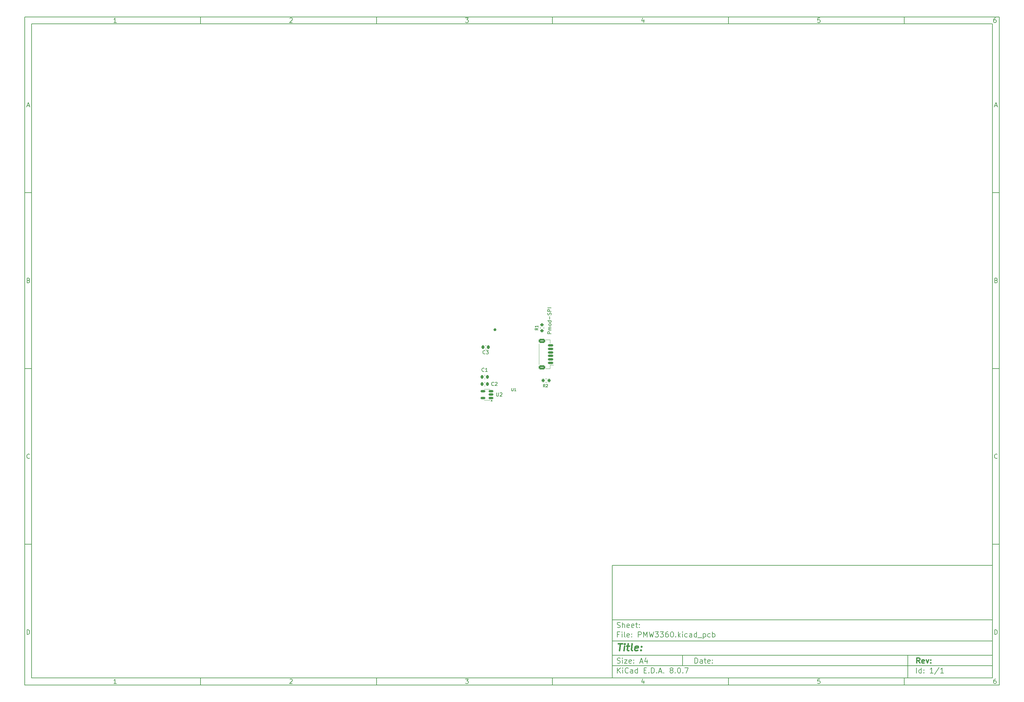
<source format=gbr>
%TF.GenerationSoftware,KiCad,Pcbnew,8.0.7*%
%TF.CreationDate,2024-12-24T22:19:04-08:00*%
%TF.ProjectId,PMW3360,504d5733-3336-4302-9e6b-696361645f70,rev?*%
%TF.SameCoordinates,Original*%
%TF.FileFunction,Legend,Top*%
%TF.FilePolarity,Positive*%
%FSLAX46Y46*%
G04 Gerber Fmt 4.6, Leading zero omitted, Abs format (unit mm)*
G04 Created by KiCad (PCBNEW 8.0.7) date 2024-12-24 22:19:04*
%MOMM*%
%LPD*%
G01*
G04 APERTURE LIST*
G04 Aperture macros list*
%AMRoundRect*
0 Rectangle with rounded corners*
0 $1 Rounding radius*
0 $2 $3 $4 $5 $6 $7 $8 $9 X,Y pos of 4 corners*
0 Add a 4 corners polygon primitive as box body*
4,1,4,$2,$3,$4,$5,$6,$7,$8,$9,$2,$3,0*
0 Add four circle primitives for the rounded corners*
1,1,$1+$1,$2,$3*
1,1,$1+$1,$4,$5*
1,1,$1+$1,$6,$7*
1,1,$1+$1,$8,$9*
0 Add four rect primitives between the rounded corners*
20,1,$1+$1,$2,$3,$4,$5,0*
20,1,$1+$1,$4,$5,$6,$7,0*
20,1,$1+$1,$6,$7,$8,$9,0*
20,1,$1+$1,$8,$9,$2,$3,0*%
G04 Aperture macros list end*
%ADD10C,0.100000*%
%ADD11C,0.150000*%
%ADD12C,0.300000*%
%ADD13C,0.400000*%
%ADD14C,0.120000*%
%ADD15RoundRect,0.150000X0.625000X-0.150000X0.625000X0.150000X-0.625000X0.150000X-0.625000X-0.150000X0*%
%ADD16RoundRect,0.250000X0.650000X-0.350000X0.650000X0.350000X-0.650000X0.350000X-0.650000X-0.350000X0*%
%ADD17RoundRect,0.200000X0.200000X0.275000X-0.200000X0.275000X-0.200000X-0.275000X0.200000X-0.275000X0*%
%ADD18C,2.200000*%
%ADD19R,1.200000X1.200000*%
%ADD20C,1.200000*%
%ADD21RoundRect,0.200000X-0.275000X0.200000X-0.275000X-0.200000X0.275000X-0.200000X0.275000X0.200000X0*%
%ADD22RoundRect,0.225000X-0.225000X-0.250000X0.225000X-0.250000X0.225000X0.250000X-0.225000X0.250000X0*%
%ADD23RoundRect,0.150000X0.512500X0.150000X-0.512500X0.150000X-0.512500X-0.150000X0.512500X-0.150000X0*%
%ADD24RoundRect,0.225000X0.225000X0.250000X-0.225000X0.250000X-0.225000X-0.250000X0.225000X-0.250000X0*%
G04 APERTURE END LIST*
D10*
D11*
X177002200Y-166007200D02*
X285002200Y-166007200D01*
X285002200Y-198007200D01*
X177002200Y-198007200D01*
X177002200Y-166007200D01*
D10*
D11*
X10000000Y-10000000D02*
X287002200Y-10000000D01*
X287002200Y-200007200D01*
X10000000Y-200007200D01*
X10000000Y-10000000D01*
D10*
D11*
X12000000Y-12000000D02*
X285002200Y-12000000D01*
X285002200Y-198007200D01*
X12000000Y-198007200D01*
X12000000Y-12000000D01*
D10*
D11*
X60000000Y-12000000D02*
X60000000Y-10000000D01*
D10*
D11*
X110000000Y-12000000D02*
X110000000Y-10000000D01*
D10*
D11*
X160000000Y-12000000D02*
X160000000Y-10000000D01*
D10*
D11*
X210000000Y-12000000D02*
X210000000Y-10000000D01*
D10*
D11*
X260000000Y-12000000D02*
X260000000Y-10000000D01*
D10*
D11*
X36089160Y-11593604D02*
X35346303Y-11593604D01*
X35717731Y-11593604D02*
X35717731Y-10293604D01*
X35717731Y-10293604D02*
X35593922Y-10479319D01*
X35593922Y-10479319D02*
X35470112Y-10603128D01*
X35470112Y-10603128D02*
X35346303Y-10665033D01*
D10*
D11*
X85346303Y-10417414D02*
X85408207Y-10355509D01*
X85408207Y-10355509D02*
X85532017Y-10293604D01*
X85532017Y-10293604D02*
X85841541Y-10293604D01*
X85841541Y-10293604D02*
X85965350Y-10355509D01*
X85965350Y-10355509D02*
X86027255Y-10417414D01*
X86027255Y-10417414D02*
X86089160Y-10541223D01*
X86089160Y-10541223D02*
X86089160Y-10665033D01*
X86089160Y-10665033D02*
X86027255Y-10850747D01*
X86027255Y-10850747D02*
X85284398Y-11593604D01*
X85284398Y-11593604D02*
X86089160Y-11593604D01*
D10*
D11*
X135284398Y-10293604D02*
X136089160Y-10293604D01*
X136089160Y-10293604D02*
X135655826Y-10788842D01*
X135655826Y-10788842D02*
X135841541Y-10788842D01*
X135841541Y-10788842D02*
X135965350Y-10850747D01*
X135965350Y-10850747D02*
X136027255Y-10912652D01*
X136027255Y-10912652D02*
X136089160Y-11036461D01*
X136089160Y-11036461D02*
X136089160Y-11345985D01*
X136089160Y-11345985D02*
X136027255Y-11469795D01*
X136027255Y-11469795D02*
X135965350Y-11531700D01*
X135965350Y-11531700D02*
X135841541Y-11593604D01*
X135841541Y-11593604D02*
X135470112Y-11593604D01*
X135470112Y-11593604D02*
X135346303Y-11531700D01*
X135346303Y-11531700D02*
X135284398Y-11469795D01*
D10*
D11*
X185965350Y-10726938D02*
X185965350Y-11593604D01*
X185655826Y-10231700D02*
X185346303Y-11160271D01*
X185346303Y-11160271D02*
X186151064Y-11160271D01*
D10*
D11*
X236027255Y-10293604D02*
X235408207Y-10293604D01*
X235408207Y-10293604D02*
X235346303Y-10912652D01*
X235346303Y-10912652D02*
X235408207Y-10850747D01*
X235408207Y-10850747D02*
X235532017Y-10788842D01*
X235532017Y-10788842D02*
X235841541Y-10788842D01*
X235841541Y-10788842D02*
X235965350Y-10850747D01*
X235965350Y-10850747D02*
X236027255Y-10912652D01*
X236027255Y-10912652D02*
X236089160Y-11036461D01*
X236089160Y-11036461D02*
X236089160Y-11345985D01*
X236089160Y-11345985D02*
X236027255Y-11469795D01*
X236027255Y-11469795D02*
X235965350Y-11531700D01*
X235965350Y-11531700D02*
X235841541Y-11593604D01*
X235841541Y-11593604D02*
X235532017Y-11593604D01*
X235532017Y-11593604D02*
X235408207Y-11531700D01*
X235408207Y-11531700D02*
X235346303Y-11469795D01*
D10*
D11*
X285965350Y-10293604D02*
X285717731Y-10293604D01*
X285717731Y-10293604D02*
X285593922Y-10355509D01*
X285593922Y-10355509D02*
X285532017Y-10417414D01*
X285532017Y-10417414D02*
X285408207Y-10603128D01*
X285408207Y-10603128D02*
X285346303Y-10850747D01*
X285346303Y-10850747D02*
X285346303Y-11345985D01*
X285346303Y-11345985D02*
X285408207Y-11469795D01*
X285408207Y-11469795D02*
X285470112Y-11531700D01*
X285470112Y-11531700D02*
X285593922Y-11593604D01*
X285593922Y-11593604D02*
X285841541Y-11593604D01*
X285841541Y-11593604D02*
X285965350Y-11531700D01*
X285965350Y-11531700D02*
X286027255Y-11469795D01*
X286027255Y-11469795D02*
X286089160Y-11345985D01*
X286089160Y-11345985D02*
X286089160Y-11036461D01*
X286089160Y-11036461D02*
X286027255Y-10912652D01*
X286027255Y-10912652D02*
X285965350Y-10850747D01*
X285965350Y-10850747D02*
X285841541Y-10788842D01*
X285841541Y-10788842D02*
X285593922Y-10788842D01*
X285593922Y-10788842D02*
X285470112Y-10850747D01*
X285470112Y-10850747D02*
X285408207Y-10912652D01*
X285408207Y-10912652D02*
X285346303Y-11036461D01*
D10*
D11*
X60000000Y-198007200D02*
X60000000Y-200007200D01*
D10*
D11*
X110000000Y-198007200D02*
X110000000Y-200007200D01*
D10*
D11*
X160000000Y-198007200D02*
X160000000Y-200007200D01*
D10*
D11*
X210000000Y-198007200D02*
X210000000Y-200007200D01*
D10*
D11*
X260000000Y-198007200D02*
X260000000Y-200007200D01*
D10*
D11*
X36089160Y-199600804D02*
X35346303Y-199600804D01*
X35717731Y-199600804D02*
X35717731Y-198300804D01*
X35717731Y-198300804D02*
X35593922Y-198486519D01*
X35593922Y-198486519D02*
X35470112Y-198610328D01*
X35470112Y-198610328D02*
X35346303Y-198672233D01*
D10*
D11*
X85346303Y-198424614D02*
X85408207Y-198362709D01*
X85408207Y-198362709D02*
X85532017Y-198300804D01*
X85532017Y-198300804D02*
X85841541Y-198300804D01*
X85841541Y-198300804D02*
X85965350Y-198362709D01*
X85965350Y-198362709D02*
X86027255Y-198424614D01*
X86027255Y-198424614D02*
X86089160Y-198548423D01*
X86089160Y-198548423D02*
X86089160Y-198672233D01*
X86089160Y-198672233D02*
X86027255Y-198857947D01*
X86027255Y-198857947D02*
X85284398Y-199600804D01*
X85284398Y-199600804D02*
X86089160Y-199600804D01*
D10*
D11*
X135284398Y-198300804D02*
X136089160Y-198300804D01*
X136089160Y-198300804D02*
X135655826Y-198796042D01*
X135655826Y-198796042D02*
X135841541Y-198796042D01*
X135841541Y-198796042D02*
X135965350Y-198857947D01*
X135965350Y-198857947D02*
X136027255Y-198919852D01*
X136027255Y-198919852D02*
X136089160Y-199043661D01*
X136089160Y-199043661D02*
X136089160Y-199353185D01*
X136089160Y-199353185D02*
X136027255Y-199476995D01*
X136027255Y-199476995D02*
X135965350Y-199538900D01*
X135965350Y-199538900D02*
X135841541Y-199600804D01*
X135841541Y-199600804D02*
X135470112Y-199600804D01*
X135470112Y-199600804D02*
X135346303Y-199538900D01*
X135346303Y-199538900D02*
X135284398Y-199476995D01*
D10*
D11*
X185965350Y-198734138D02*
X185965350Y-199600804D01*
X185655826Y-198238900D02*
X185346303Y-199167471D01*
X185346303Y-199167471D02*
X186151064Y-199167471D01*
D10*
D11*
X236027255Y-198300804D02*
X235408207Y-198300804D01*
X235408207Y-198300804D02*
X235346303Y-198919852D01*
X235346303Y-198919852D02*
X235408207Y-198857947D01*
X235408207Y-198857947D02*
X235532017Y-198796042D01*
X235532017Y-198796042D02*
X235841541Y-198796042D01*
X235841541Y-198796042D02*
X235965350Y-198857947D01*
X235965350Y-198857947D02*
X236027255Y-198919852D01*
X236027255Y-198919852D02*
X236089160Y-199043661D01*
X236089160Y-199043661D02*
X236089160Y-199353185D01*
X236089160Y-199353185D02*
X236027255Y-199476995D01*
X236027255Y-199476995D02*
X235965350Y-199538900D01*
X235965350Y-199538900D02*
X235841541Y-199600804D01*
X235841541Y-199600804D02*
X235532017Y-199600804D01*
X235532017Y-199600804D02*
X235408207Y-199538900D01*
X235408207Y-199538900D02*
X235346303Y-199476995D01*
D10*
D11*
X285965350Y-198300804D02*
X285717731Y-198300804D01*
X285717731Y-198300804D02*
X285593922Y-198362709D01*
X285593922Y-198362709D02*
X285532017Y-198424614D01*
X285532017Y-198424614D02*
X285408207Y-198610328D01*
X285408207Y-198610328D02*
X285346303Y-198857947D01*
X285346303Y-198857947D02*
X285346303Y-199353185D01*
X285346303Y-199353185D02*
X285408207Y-199476995D01*
X285408207Y-199476995D02*
X285470112Y-199538900D01*
X285470112Y-199538900D02*
X285593922Y-199600804D01*
X285593922Y-199600804D02*
X285841541Y-199600804D01*
X285841541Y-199600804D02*
X285965350Y-199538900D01*
X285965350Y-199538900D02*
X286027255Y-199476995D01*
X286027255Y-199476995D02*
X286089160Y-199353185D01*
X286089160Y-199353185D02*
X286089160Y-199043661D01*
X286089160Y-199043661D02*
X286027255Y-198919852D01*
X286027255Y-198919852D02*
X285965350Y-198857947D01*
X285965350Y-198857947D02*
X285841541Y-198796042D01*
X285841541Y-198796042D02*
X285593922Y-198796042D01*
X285593922Y-198796042D02*
X285470112Y-198857947D01*
X285470112Y-198857947D02*
X285408207Y-198919852D01*
X285408207Y-198919852D02*
X285346303Y-199043661D01*
D10*
D11*
X10000000Y-60000000D02*
X12000000Y-60000000D01*
D10*
D11*
X10000000Y-110000000D02*
X12000000Y-110000000D01*
D10*
D11*
X10000000Y-160000000D02*
X12000000Y-160000000D01*
D10*
D11*
X10690476Y-35222176D02*
X11309523Y-35222176D01*
X10566666Y-35593604D02*
X10999999Y-34293604D01*
X10999999Y-34293604D02*
X11433333Y-35593604D01*
D10*
D11*
X11092857Y-84912652D02*
X11278571Y-84974557D01*
X11278571Y-84974557D02*
X11340476Y-85036461D01*
X11340476Y-85036461D02*
X11402380Y-85160271D01*
X11402380Y-85160271D02*
X11402380Y-85345985D01*
X11402380Y-85345985D02*
X11340476Y-85469795D01*
X11340476Y-85469795D02*
X11278571Y-85531700D01*
X11278571Y-85531700D02*
X11154761Y-85593604D01*
X11154761Y-85593604D02*
X10659523Y-85593604D01*
X10659523Y-85593604D02*
X10659523Y-84293604D01*
X10659523Y-84293604D02*
X11092857Y-84293604D01*
X11092857Y-84293604D02*
X11216666Y-84355509D01*
X11216666Y-84355509D02*
X11278571Y-84417414D01*
X11278571Y-84417414D02*
X11340476Y-84541223D01*
X11340476Y-84541223D02*
X11340476Y-84665033D01*
X11340476Y-84665033D02*
X11278571Y-84788842D01*
X11278571Y-84788842D02*
X11216666Y-84850747D01*
X11216666Y-84850747D02*
X11092857Y-84912652D01*
X11092857Y-84912652D02*
X10659523Y-84912652D01*
D10*
D11*
X11402380Y-135469795D02*
X11340476Y-135531700D01*
X11340476Y-135531700D02*
X11154761Y-135593604D01*
X11154761Y-135593604D02*
X11030952Y-135593604D01*
X11030952Y-135593604D02*
X10845238Y-135531700D01*
X10845238Y-135531700D02*
X10721428Y-135407890D01*
X10721428Y-135407890D02*
X10659523Y-135284080D01*
X10659523Y-135284080D02*
X10597619Y-135036461D01*
X10597619Y-135036461D02*
X10597619Y-134850747D01*
X10597619Y-134850747D02*
X10659523Y-134603128D01*
X10659523Y-134603128D02*
X10721428Y-134479319D01*
X10721428Y-134479319D02*
X10845238Y-134355509D01*
X10845238Y-134355509D02*
X11030952Y-134293604D01*
X11030952Y-134293604D02*
X11154761Y-134293604D01*
X11154761Y-134293604D02*
X11340476Y-134355509D01*
X11340476Y-134355509D02*
X11402380Y-134417414D01*
D10*
D11*
X10659523Y-185593604D02*
X10659523Y-184293604D01*
X10659523Y-184293604D02*
X10969047Y-184293604D01*
X10969047Y-184293604D02*
X11154761Y-184355509D01*
X11154761Y-184355509D02*
X11278571Y-184479319D01*
X11278571Y-184479319D02*
X11340476Y-184603128D01*
X11340476Y-184603128D02*
X11402380Y-184850747D01*
X11402380Y-184850747D02*
X11402380Y-185036461D01*
X11402380Y-185036461D02*
X11340476Y-185284080D01*
X11340476Y-185284080D02*
X11278571Y-185407890D01*
X11278571Y-185407890D02*
X11154761Y-185531700D01*
X11154761Y-185531700D02*
X10969047Y-185593604D01*
X10969047Y-185593604D02*
X10659523Y-185593604D01*
D10*
D11*
X287002200Y-60000000D02*
X285002200Y-60000000D01*
D10*
D11*
X287002200Y-110000000D02*
X285002200Y-110000000D01*
D10*
D11*
X287002200Y-160000000D02*
X285002200Y-160000000D01*
D10*
D11*
X285692676Y-35222176D02*
X286311723Y-35222176D01*
X285568866Y-35593604D02*
X286002199Y-34293604D01*
X286002199Y-34293604D02*
X286435533Y-35593604D01*
D10*
D11*
X286095057Y-84912652D02*
X286280771Y-84974557D01*
X286280771Y-84974557D02*
X286342676Y-85036461D01*
X286342676Y-85036461D02*
X286404580Y-85160271D01*
X286404580Y-85160271D02*
X286404580Y-85345985D01*
X286404580Y-85345985D02*
X286342676Y-85469795D01*
X286342676Y-85469795D02*
X286280771Y-85531700D01*
X286280771Y-85531700D02*
X286156961Y-85593604D01*
X286156961Y-85593604D02*
X285661723Y-85593604D01*
X285661723Y-85593604D02*
X285661723Y-84293604D01*
X285661723Y-84293604D02*
X286095057Y-84293604D01*
X286095057Y-84293604D02*
X286218866Y-84355509D01*
X286218866Y-84355509D02*
X286280771Y-84417414D01*
X286280771Y-84417414D02*
X286342676Y-84541223D01*
X286342676Y-84541223D02*
X286342676Y-84665033D01*
X286342676Y-84665033D02*
X286280771Y-84788842D01*
X286280771Y-84788842D02*
X286218866Y-84850747D01*
X286218866Y-84850747D02*
X286095057Y-84912652D01*
X286095057Y-84912652D02*
X285661723Y-84912652D01*
D10*
D11*
X286404580Y-135469795D02*
X286342676Y-135531700D01*
X286342676Y-135531700D02*
X286156961Y-135593604D01*
X286156961Y-135593604D02*
X286033152Y-135593604D01*
X286033152Y-135593604D02*
X285847438Y-135531700D01*
X285847438Y-135531700D02*
X285723628Y-135407890D01*
X285723628Y-135407890D02*
X285661723Y-135284080D01*
X285661723Y-135284080D02*
X285599819Y-135036461D01*
X285599819Y-135036461D02*
X285599819Y-134850747D01*
X285599819Y-134850747D02*
X285661723Y-134603128D01*
X285661723Y-134603128D02*
X285723628Y-134479319D01*
X285723628Y-134479319D02*
X285847438Y-134355509D01*
X285847438Y-134355509D02*
X286033152Y-134293604D01*
X286033152Y-134293604D02*
X286156961Y-134293604D01*
X286156961Y-134293604D02*
X286342676Y-134355509D01*
X286342676Y-134355509D02*
X286404580Y-134417414D01*
D10*
D11*
X285661723Y-185593604D02*
X285661723Y-184293604D01*
X285661723Y-184293604D02*
X285971247Y-184293604D01*
X285971247Y-184293604D02*
X286156961Y-184355509D01*
X286156961Y-184355509D02*
X286280771Y-184479319D01*
X286280771Y-184479319D02*
X286342676Y-184603128D01*
X286342676Y-184603128D02*
X286404580Y-184850747D01*
X286404580Y-184850747D02*
X286404580Y-185036461D01*
X286404580Y-185036461D02*
X286342676Y-185284080D01*
X286342676Y-185284080D02*
X286280771Y-185407890D01*
X286280771Y-185407890D02*
X286156961Y-185531700D01*
X286156961Y-185531700D02*
X285971247Y-185593604D01*
X285971247Y-185593604D02*
X285661723Y-185593604D01*
D10*
D11*
X200458026Y-193793328D02*
X200458026Y-192293328D01*
X200458026Y-192293328D02*
X200815169Y-192293328D01*
X200815169Y-192293328D02*
X201029455Y-192364757D01*
X201029455Y-192364757D02*
X201172312Y-192507614D01*
X201172312Y-192507614D02*
X201243741Y-192650471D01*
X201243741Y-192650471D02*
X201315169Y-192936185D01*
X201315169Y-192936185D02*
X201315169Y-193150471D01*
X201315169Y-193150471D02*
X201243741Y-193436185D01*
X201243741Y-193436185D02*
X201172312Y-193579042D01*
X201172312Y-193579042D02*
X201029455Y-193721900D01*
X201029455Y-193721900D02*
X200815169Y-193793328D01*
X200815169Y-193793328D02*
X200458026Y-193793328D01*
X202600884Y-193793328D02*
X202600884Y-193007614D01*
X202600884Y-193007614D02*
X202529455Y-192864757D01*
X202529455Y-192864757D02*
X202386598Y-192793328D01*
X202386598Y-192793328D02*
X202100884Y-192793328D01*
X202100884Y-192793328D02*
X201958026Y-192864757D01*
X202600884Y-193721900D02*
X202458026Y-193793328D01*
X202458026Y-193793328D02*
X202100884Y-193793328D01*
X202100884Y-193793328D02*
X201958026Y-193721900D01*
X201958026Y-193721900D02*
X201886598Y-193579042D01*
X201886598Y-193579042D02*
X201886598Y-193436185D01*
X201886598Y-193436185D02*
X201958026Y-193293328D01*
X201958026Y-193293328D02*
X202100884Y-193221900D01*
X202100884Y-193221900D02*
X202458026Y-193221900D01*
X202458026Y-193221900D02*
X202600884Y-193150471D01*
X203100884Y-192793328D02*
X203672312Y-192793328D01*
X203315169Y-192293328D02*
X203315169Y-193579042D01*
X203315169Y-193579042D02*
X203386598Y-193721900D01*
X203386598Y-193721900D02*
X203529455Y-193793328D01*
X203529455Y-193793328D02*
X203672312Y-193793328D01*
X204743741Y-193721900D02*
X204600884Y-193793328D01*
X204600884Y-193793328D02*
X204315170Y-193793328D01*
X204315170Y-193793328D02*
X204172312Y-193721900D01*
X204172312Y-193721900D02*
X204100884Y-193579042D01*
X204100884Y-193579042D02*
X204100884Y-193007614D01*
X204100884Y-193007614D02*
X204172312Y-192864757D01*
X204172312Y-192864757D02*
X204315170Y-192793328D01*
X204315170Y-192793328D02*
X204600884Y-192793328D01*
X204600884Y-192793328D02*
X204743741Y-192864757D01*
X204743741Y-192864757D02*
X204815170Y-193007614D01*
X204815170Y-193007614D02*
X204815170Y-193150471D01*
X204815170Y-193150471D02*
X204100884Y-193293328D01*
X205458026Y-193650471D02*
X205529455Y-193721900D01*
X205529455Y-193721900D02*
X205458026Y-193793328D01*
X205458026Y-193793328D02*
X205386598Y-193721900D01*
X205386598Y-193721900D02*
X205458026Y-193650471D01*
X205458026Y-193650471D02*
X205458026Y-193793328D01*
X205458026Y-192864757D02*
X205529455Y-192936185D01*
X205529455Y-192936185D02*
X205458026Y-193007614D01*
X205458026Y-193007614D02*
X205386598Y-192936185D01*
X205386598Y-192936185D02*
X205458026Y-192864757D01*
X205458026Y-192864757D02*
X205458026Y-193007614D01*
D10*
D11*
X177002200Y-194507200D02*
X285002200Y-194507200D01*
D10*
D11*
X178458026Y-196593328D02*
X178458026Y-195093328D01*
X179315169Y-196593328D02*
X178672312Y-195736185D01*
X179315169Y-195093328D02*
X178458026Y-195950471D01*
X179958026Y-196593328D02*
X179958026Y-195593328D01*
X179958026Y-195093328D02*
X179886598Y-195164757D01*
X179886598Y-195164757D02*
X179958026Y-195236185D01*
X179958026Y-195236185D02*
X180029455Y-195164757D01*
X180029455Y-195164757D02*
X179958026Y-195093328D01*
X179958026Y-195093328D02*
X179958026Y-195236185D01*
X181529455Y-196450471D02*
X181458027Y-196521900D01*
X181458027Y-196521900D02*
X181243741Y-196593328D01*
X181243741Y-196593328D02*
X181100884Y-196593328D01*
X181100884Y-196593328D02*
X180886598Y-196521900D01*
X180886598Y-196521900D02*
X180743741Y-196379042D01*
X180743741Y-196379042D02*
X180672312Y-196236185D01*
X180672312Y-196236185D02*
X180600884Y-195950471D01*
X180600884Y-195950471D02*
X180600884Y-195736185D01*
X180600884Y-195736185D02*
X180672312Y-195450471D01*
X180672312Y-195450471D02*
X180743741Y-195307614D01*
X180743741Y-195307614D02*
X180886598Y-195164757D01*
X180886598Y-195164757D02*
X181100884Y-195093328D01*
X181100884Y-195093328D02*
X181243741Y-195093328D01*
X181243741Y-195093328D02*
X181458027Y-195164757D01*
X181458027Y-195164757D02*
X181529455Y-195236185D01*
X182815170Y-196593328D02*
X182815170Y-195807614D01*
X182815170Y-195807614D02*
X182743741Y-195664757D01*
X182743741Y-195664757D02*
X182600884Y-195593328D01*
X182600884Y-195593328D02*
X182315170Y-195593328D01*
X182315170Y-195593328D02*
X182172312Y-195664757D01*
X182815170Y-196521900D02*
X182672312Y-196593328D01*
X182672312Y-196593328D02*
X182315170Y-196593328D01*
X182315170Y-196593328D02*
X182172312Y-196521900D01*
X182172312Y-196521900D02*
X182100884Y-196379042D01*
X182100884Y-196379042D02*
X182100884Y-196236185D01*
X182100884Y-196236185D02*
X182172312Y-196093328D01*
X182172312Y-196093328D02*
X182315170Y-196021900D01*
X182315170Y-196021900D02*
X182672312Y-196021900D01*
X182672312Y-196021900D02*
X182815170Y-195950471D01*
X184172313Y-196593328D02*
X184172313Y-195093328D01*
X184172313Y-196521900D02*
X184029455Y-196593328D01*
X184029455Y-196593328D02*
X183743741Y-196593328D01*
X183743741Y-196593328D02*
X183600884Y-196521900D01*
X183600884Y-196521900D02*
X183529455Y-196450471D01*
X183529455Y-196450471D02*
X183458027Y-196307614D01*
X183458027Y-196307614D02*
X183458027Y-195879042D01*
X183458027Y-195879042D02*
X183529455Y-195736185D01*
X183529455Y-195736185D02*
X183600884Y-195664757D01*
X183600884Y-195664757D02*
X183743741Y-195593328D01*
X183743741Y-195593328D02*
X184029455Y-195593328D01*
X184029455Y-195593328D02*
X184172313Y-195664757D01*
X186029455Y-195807614D02*
X186529455Y-195807614D01*
X186743741Y-196593328D02*
X186029455Y-196593328D01*
X186029455Y-196593328D02*
X186029455Y-195093328D01*
X186029455Y-195093328D02*
X186743741Y-195093328D01*
X187386598Y-196450471D02*
X187458027Y-196521900D01*
X187458027Y-196521900D02*
X187386598Y-196593328D01*
X187386598Y-196593328D02*
X187315170Y-196521900D01*
X187315170Y-196521900D02*
X187386598Y-196450471D01*
X187386598Y-196450471D02*
X187386598Y-196593328D01*
X188100884Y-196593328D02*
X188100884Y-195093328D01*
X188100884Y-195093328D02*
X188458027Y-195093328D01*
X188458027Y-195093328D02*
X188672313Y-195164757D01*
X188672313Y-195164757D02*
X188815170Y-195307614D01*
X188815170Y-195307614D02*
X188886599Y-195450471D01*
X188886599Y-195450471D02*
X188958027Y-195736185D01*
X188958027Y-195736185D02*
X188958027Y-195950471D01*
X188958027Y-195950471D02*
X188886599Y-196236185D01*
X188886599Y-196236185D02*
X188815170Y-196379042D01*
X188815170Y-196379042D02*
X188672313Y-196521900D01*
X188672313Y-196521900D02*
X188458027Y-196593328D01*
X188458027Y-196593328D02*
X188100884Y-196593328D01*
X189600884Y-196450471D02*
X189672313Y-196521900D01*
X189672313Y-196521900D02*
X189600884Y-196593328D01*
X189600884Y-196593328D02*
X189529456Y-196521900D01*
X189529456Y-196521900D02*
X189600884Y-196450471D01*
X189600884Y-196450471D02*
X189600884Y-196593328D01*
X190243742Y-196164757D02*
X190958028Y-196164757D01*
X190100885Y-196593328D02*
X190600885Y-195093328D01*
X190600885Y-195093328D02*
X191100885Y-196593328D01*
X191600884Y-196450471D02*
X191672313Y-196521900D01*
X191672313Y-196521900D02*
X191600884Y-196593328D01*
X191600884Y-196593328D02*
X191529456Y-196521900D01*
X191529456Y-196521900D02*
X191600884Y-196450471D01*
X191600884Y-196450471D02*
X191600884Y-196593328D01*
X193672313Y-195736185D02*
X193529456Y-195664757D01*
X193529456Y-195664757D02*
X193458027Y-195593328D01*
X193458027Y-195593328D02*
X193386599Y-195450471D01*
X193386599Y-195450471D02*
X193386599Y-195379042D01*
X193386599Y-195379042D02*
X193458027Y-195236185D01*
X193458027Y-195236185D02*
X193529456Y-195164757D01*
X193529456Y-195164757D02*
X193672313Y-195093328D01*
X193672313Y-195093328D02*
X193958027Y-195093328D01*
X193958027Y-195093328D02*
X194100885Y-195164757D01*
X194100885Y-195164757D02*
X194172313Y-195236185D01*
X194172313Y-195236185D02*
X194243742Y-195379042D01*
X194243742Y-195379042D02*
X194243742Y-195450471D01*
X194243742Y-195450471D02*
X194172313Y-195593328D01*
X194172313Y-195593328D02*
X194100885Y-195664757D01*
X194100885Y-195664757D02*
X193958027Y-195736185D01*
X193958027Y-195736185D02*
X193672313Y-195736185D01*
X193672313Y-195736185D02*
X193529456Y-195807614D01*
X193529456Y-195807614D02*
X193458027Y-195879042D01*
X193458027Y-195879042D02*
X193386599Y-196021900D01*
X193386599Y-196021900D02*
X193386599Y-196307614D01*
X193386599Y-196307614D02*
X193458027Y-196450471D01*
X193458027Y-196450471D02*
X193529456Y-196521900D01*
X193529456Y-196521900D02*
X193672313Y-196593328D01*
X193672313Y-196593328D02*
X193958027Y-196593328D01*
X193958027Y-196593328D02*
X194100885Y-196521900D01*
X194100885Y-196521900D02*
X194172313Y-196450471D01*
X194172313Y-196450471D02*
X194243742Y-196307614D01*
X194243742Y-196307614D02*
X194243742Y-196021900D01*
X194243742Y-196021900D02*
X194172313Y-195879042D01*
X194172313Y-195879042D02*
X194100885Y-195807614D01*
X194100885Y-195807614D02*
X193958027Y-195736185D01*
X194886598Y-196450471D02*
X194958027Y-196521900D01*
X194958027Y-196521900D02*
X194886598Y-196593328D01*
X194886598Y-196593328D02*
X194815170Y-196521900D01*
X194815170Y-196521900D02*
X194886598Y-196450471D01*
X194886598Y-196450471D02*
X194886598Y-196593328D01*
X195886599Y-195093328D02*
X196029456Y-195093328D01*
X196029456Y-195093328D02*
X196172313Y-195164757D01*
X196172313Y-195164757D02*
X196243742Y-195236185D01*
X196243742Y-195236185D02*
X196315170Y-195379042D01*
X196315170Y-195379042D02*
X196386599Y-195664757D01*
X196386599Y-195664757D02*
X196386599Y-196021900D01*
X196386599Y-196021900D02*
X196315170Y-196307614D01*
X196315170Y-196307614D02*
X196243742Y-196450471D01*
X196243742Y-196450471D02*
X196172313Y-196521900D01*
X196172313Y-196521900D02*
X196029456Y-196593328D01*
X196029456Y-196593328D02*
X195886599Y-196593328D01*
X195886599Y-196593328D02*
X195743742Y-196521900D01*
X195743742Y-196521900D02*
X195672313Y-196450471D01*
X195672313Y-196450471D02*
X195600884Y-196307614D01*
X195600884Y-196307614D02*
X195529456Y-196021900D01*
X195529456Y-196021900D02*
X195529456Y-195664757D01*
X195529456Y-195664757D02*
X195600884Y-195379042D01*
X195600884Y-195379042D02*
X195672313Y-195236185D01*
X195672313Y-195236185D02*
X195743742Y-195164757D01*
X195743742Y-195164757D02*
X195886599Y-195093328D01*
X197029455Y-196450471D02*
X197100884Y-196521900D01*
X197100884Y-196521900D02*
X197029455Y-196593328D01*
X197029455Y-196593328D02*
X196958027Y-196521900D01*
X196958027Y-196521900D02*
X197029455Y-196450471D01*
X197029455Y-196450471D02*
X197029455Y-196593328D01*
X197600884Y-195093328D02*
X198600884Y-195093328D01*
X198600884Y-195093328D02*
X197958027Y-196593328D01*
D10*
D11*
X177002200Y-191507200D02*
X285002200Y-191507200D01*
D10*
D12*
X264413853Y-193785528D02*
X263913853Y-193071242D01*
X263556710Y-193785528D02*
X263556710Y-192285528D01*
X263556710Y-192285528D02*
X264128139Y-192285528D01*
X264128139Y-192285528D02*
X264270996Y-192356957D01*
X264270996Y-192356957D02*
X264342425Y-192428385D01*
X264342425Y-192428385D02*
X264413853Y-192571242D01*
X264413853Y-192571242D02*
X264413853Y-192785528D01*
X264413853Y-192785528D02*
X264342425Y-192928385D01*
X264342425Y-192928385D02*
X264270996Y-192999814D01*
X264270996Y-192999814D02*
X264128139Y-193071242D01*
X264128139Y-193071242D02*
X263556710Y-193071242D01*
X265628139Y-193714100D02*
X265485282Y-193785528D01*
X265485282Y-193785528D02*
X265199568Y-193785528D01*
X265199568Y-193785528D02*
X265056710Y-193714100D01*
X265056710Y-193714100D02*
X264985282Y-193571242D01*
X264985282Y-193571242D02*
X264985282Y-192999814D01*
X264985282Y-192999814D02*
X265056710Y-192856957D01*
X265056710Y-192856957D02*
X265199568Y-192785528D01*
X265199568Y-192785528D02*
X265485282Y-192785528D01*
X265485282Y-192785528D02*
X265628139Y-192856957D01*
X265628139Y-192856957D02*
X265699568Y-192999814D01*
X265699568Y-192999814D02*
X265699568Y-193142671D01*
X265699568Y-193142671D02*
X264985282Y-193285528D01*
X266199567Y-192785528D02*
X266556710Y-193785528D01*
X266556710Y-193785528D02*
X266913853Y-192785528D01*
X267485281Y-193642671D02*
X267556710Y-193714100D01*
X267556710Y-193714100D02*
X267485281Y-193785528D01*
X267485281Y-193785528D02*
X267413853Y-193714100D01*
X267413853Y-193714100D02*
X267485281Y-193642671D01*
X267485281Y-193642671D02*
X267485281Y-193785528D01*
X267485281Y-192856957D02*
X267556710Y-192928385D01*
X267556710Y-192928385D02*
X267485281Y-192999814D01*
X267485281Y-192999814D02*
X267413853Y-192928385D01*
X267413853Y-192928385D02*
X267485281Y-192856957D01*
X267485281Y-192856957D02*
X267485281Y-192999814D01*
D10*
D11*
X178386598Y-193721900D02*
X178600884Y-193793328D01*
X178600884Y-193793328D02*
X178958026Y-193793328D01*
X178958026Y-193793328D02*
X179100884Y-193721900D01*
X179100884Y-193721900D02*
X179172312Y-193650471D01*
X179172312Y-193650471D02*
X179243741Y-193507614D01*
X179243741Y-193507614D02*
X179243741Y-193364757D01*
X179243741Y-193364757D02*
X179172312Y-193221900D01*
X179172312Y-193221900D02*
X179100884Y-193150471D01*
X179100884Y-193150471D02*
X178958026Y-193079042D01*
X178958026Y-193079042D02*
X178672312Y-193007614D01*
X178672312Y-193007614D02*
X178529455Y-192936185D01*
X178529455Y-192936185D02*
X178458026Y-192864757D01*
X178458026Y-192864757D02*
X178386598Y-192721900D01*
X178386598Y-192721900D02*
X178386598Y-192579042D01*
X178386598Y-192579042D02*
X178458026Y-192436185D01*
X178458026Y-192436185D02*
X178529455Y-192364757D01*
X178529455Y-192364757D02*
X178672312Y-192293328D01*
X178672312Y-192293328D02*
X179029455Y-192293328D01*
X179029455Y-192293328D02*
X179243741Y-192364757D01*
X179886597Y-193793328D02*
X179886597Y-192793328D01*
X179886597Y-192293328D02*
X179815169Y-192364757D01*
X179815169Y-192364757D02*
X179886597Y-192436185D01*
X179886597Y-192436185D02*
X179958026Y-192364757D01*
X179958026Y-192364757D02*
X179886597Y-192293328D01*
X179886597Y-192293328D02*
X179886597Y-192436185D01*
X180458026Y-192793328D02*
X181243741Y-192793328D01*
X181243741Y-192793328D02*
X180458026Y-193793328D01*
X180458026Y-193793328D02*
X181243741Y-193793328D01*
X182386598Y-193721900D02*
X182243741Y-193793328D01*
X182243741Y-193793328D02*
X181958027Y-193793328D01*
X181958027Y-193793328D02*
X181815169Y-193721900D01*
X181815169Y-193721900D02*
X181743741Y-193579042D01*
X181743741Y-193579042D02*
X181743741Y-193007614D01*
X181743741Y-193007614D02*
X181815169Y-192864757D01*
X181815169Y-192864757D02*
X181958027Y-192793328D01*
X181958027Y-192793328D02*
X182243741Y-192793328D01*
X182243741Y-192793328D02*
X182386598Y-192864757D01*
X182386598Y-192864757D02*
X182458027Y-193007614D01*
X182458027Y-193007614D02*
X182458027Y-193150471D01*
X182458027Y-193150471D02*
X181743741Y-193293328D01*
X183100883Y-193650471D02*
X183172312Y-193721900D01*
X183172312Y-193721900D02*
X183100883Y-193793328D01*
X183100883Y-193793328D02*
X183029455Y-193721900D01*
X183029455Y-193721900D02*
X183100883Y-193650471D01*
X183100883Y-193650471D02*
X183100883Y-193793328D01*
X183100883Y-192864757D02*
X183172312Y-192936185D01*
X183172312Y-192936185D02*
X183100883Y-193007614D01*
X183100883Y-193007614D02*
X183029455Y-192936185D01*
X183029455Y-192936185D02*
X183100883Y-192864757D01*
X183100883Y-192864757D02*
X183100883Y-193007614D01*
X184886598Y-193364757D02*
X185600884Y-193364757D01*
X184743741Y-193793328D02*
X185243741Y-192293328D01*
X185243741Y-192293328D02*
X185743741Y-193793328D01*
X186886598Y-192793328D02*
X186886598Y-193793328D01*
X186529455Y-192221900D02*
X186172312Y-193293328D01*
X186172312Y-193293328D02*
X187100883Y-193293328D01*
D10*
D11*
X263458026Y-196593328D02*
X263458026Y-195093328D01*
X264815170Y-196593328D02*
X264815170Y-195093328D01*
X264815170Y-196521900D02*
X264672312Y-196593328D01*
X264672312Y-196593328D02*
X264386598Y-196593328D01*
X264386598Y-196593328D02*
X264243741Y-196521900D01*
X264243741Y-196521900D02*
X264172312Y-196450471D01*
X264172312Y-196450471D02*
X264100884Y-196307614D01*
X264100884Y-196307614D02*
X264100884Y-195879042D01*
X264100884Y-195879042D02*
X264172312Y-195736185D01*
X264172312Y-195736185D02*
X264243741Y-195664757D01*
X264243741Y-195664757D02*
X264386598Y-195593328D01*
X264386598Y-195593328D02*
X264672312Y-195593328D01*
X264672312Y-195593328D02*
X264815170Y-195664757D01*
X265529455Y-196450471D02*
X265600884Y-196521900D01*
X265600884Y-196521900D02*
X265529455Y-196593328D01*
X265529455Y-196593328D02*
X265458027Y-196521900D01*
X265458027Y-196521900D02*
X265529455Y-196450471D01*
X265529455Y-196450471D02*
X265529455Y-196593328D01*
X265529455Y-195664757D02*
X265600884Y-195736185D01*
X265600884Y-195736185D02*
X265529455Y-195807614D01*
X265529455Y-195807614D02*
X265458027Y-195736185D01*
X265458027Y-195736185D02*
X265529455Y-195664757D01*
X265529455Y-195664757D02*
X265529455Y-195807614D01*
X268172313Y-196593328D02*
X267315170Y-196593328D01*
X267743741Y-196593328D02*
X267743741Y-195093328D01*
X267743741Y-195093328D02*
X267600884Y-195307614D01*
X267600884Y-195307614D02*
X267458027Y-195450471D01*
X267458027Y-195450471D02*
X267315170Y-195521900D01*
X269886598Y-195021900D02*
X268600884Y-196950471D01*
X271172313Y-196593328D02*
X270315170Y-196593328D01*
X270743741Y-196593328D02*
X270743741Y-195093328D01*
X270743741Y-195093328D02*
X270600884Y-195307614D01*
X270600884Y-195307614D02*
X270458027Y-195450471D01*
X270458027Y-195450471D02*
X270315170Y-195521900D01*
D10*
D11*
X177002200Y-187507200D02*
X285002200Y-187507200D01*
D10*
D13*
X178693928Y-188211638D02*
X179836785Y-188211638D01*
X179015357Y-190211638D02*
X179265357Y-188211638D01*
X180253452Y-190211638D02*
X180420119Y-188878304D01*
X180503452Y-188211638D02*
X180396309Y-188306876D01*
X180396309Y-188306876D02*
X180479643Y-188402114D01*
X180479643Y-188402114D02*
X180586786Y-188306876D01*
X180586786Y-188306876D02*
X180503452Y-188211638D01*
X180503452Y-188211638D02*
X180479643Y-188402114D01*
X181086786Y-188878304D02*
X181848690Y-188878304D01*
X181455833Y-188211638D02*
X181241548Y-189925923D01*
X181241548Y-189925923D02*
X181312976Y-190116400D01*
X181312976Y-190116400D02*
X181491548Y-190211638D01*
X181491548Y-190211638D02*
X181682024Y-190211638D01*
X182634405Y-190211638D02*
X182455833Y-190116400D01*
X182455833Y-190116400D02*
X182384405Y-189925923D01*
X182384405Y-189925923D02*
X182598690Y-188211638D01*
X184170119Y-190116400D02*
X183967738Y-190211638D01*
X183967738Y-190211638D02*
X183586785Y-190211638D01*
X183586785Y-190211638D02*
X183408214Y-190116400D01*
X183408214Y-190116400D02*
X183336785Y-189925923D01*
X183336785Y-189925923D02*
X183432024Y-189164019D01*
X183432024Y-189164019D02*
X183551071Y-188973542D01*
X183551071Y-188973542D02*
X183753452Y-188878304D01*
X183753452Y-188878304D02*
X184134404Y-188878304D01*
X184134404Y-188878304D02*
X184312976Y-188973542D01*
X184312976Y-188973542D02*
X184384404Y-189164019D01*
X184384404Y-189164019D02*
X184360595Y-189354495D01*
X184360595Y-189354495D02*
X183384404Y-189544971D01*
X185134405Y-190021161D02*
X185217738Y-190116400D01*
X185217738Y-190116400D02*
X185110595Y-190211638D01*
X185110595Y-190211638D02*
X185027262Y-190116400D01*
X185027262Y-190116400D02*
X185134405Y-190021161D01*
X185134405Y-190021161D02*
X185110595Y-190211638D01*
X185265357Y-188973542D02*
X185348690Y-189068780D01*
X185348690Y-189068780D02*
X185241548Y-189164019D01*
X185241548Y-189164019D02*
X185158214Y-189068780D01*
X185158214Y-189068780D02*
X185265357Y-188973542D01*
X185265357Y-188973542D02*
X185241548Y-189164019D01*
D10*
D11*
X178958026Y-185607614D02*
X178458026Y-185607614D01*
X178458026Y-186393328D02*
X178458026Y-184893328D01*
X178458026Y-184893328D02*
X179172312Y-184893328D01*
X179743740Y-186393328D02*
X179743740Y-185393328D01*
X179743740Y-184893328D02*
X179672312Y-184964757D01*
X179672312Y-184964757D02*
X179743740Y-185036185D01*
X179743740Y-185036185D02*
X179815169Y-184964757D01*
X179815169Y-184964757D02*
X179743740Y-184893328D01*
X179743740Y-184893328D02*
X179743740Y-185036185D01*
X180672312Y-186393328D02*
X180529455Y-186321900D01*
X180529455Y-186321900D02*
X180458026Y-186179042D01*
X180458026Y-186179042D02*
X180458026Y-184893328D01*
X181815169Y-186321900D02*
X181672312Y-186393328D01*
X181672312Y-186393328D02*
X181386598Y-186393328D01*
X181386598Y-186393328D02*
X181243740Y-186321900D01*
X181243740Y-186321900D02*
X181172312Y-186179042D01*
X181172312Y-186179042D02*
X181172312Y-185607614D01*
X181172312Y-185607614D02*
X181243740Y-185464757D01*
X181243740Y-185464757D02*
X181386598Y-185393328D01*
X181386598Y-185393328D02*
X181672312Y-185393328D01*
X181672312Y-185393328D02*
X181815169Y-185464757D01*
X181815169Y-185464757D02*
X181886598Y-185607614D01*
X181886598Y-185607614D02*
X181886598Y-185750471D01*
X181886598Y-185750471D02*
X181172312Y-185893328D01*
X182529454Y-186250471D02*
X182600883Y-186321900D01*
X182600883Y-186321900D02*
X182529454Y-186393328D01*
X182529454Y-186393328D02*
X182458026Y-186321900D01*
X182458026Y-186321900D02*
X182529454Y-186250471D01*
X182529454Y-186250471D02*
X182529454Y-186393328D01*
X182529454Y-185464757D02*
X182600883Y-185536185D01*
X182600883Y-185536185D02*
X182529454Y-185607614D01*
X182529454Y-185607614D02*
X182458026Y-185536185D01*
X182458026Y-185536185D02*
X182529454Y-185464757D01*
X182529454Y-185464757D02*
X182529454Y-185607614D01*
X184386597Y-186393328D02*
X184386597Y-184893328D01*
X184386597Y-184893328D02*
X184958026Y-184893328D01*
X184958026Y-184893328D02*
X185100883Y-184964757D01*
X185100883Y-184964757D02*
X185172312Y-185036185D01*
X185172312Y-185036185D02*
X185243740Y-185179042D01*
X185243740Y-185179042D02*
X185243740Y-185393328D01*
X185243740Y-185393328D02*
X185172312Y-185536185D01*
X185172312Y-185536185D02*
X185100883Y-185607614D01*
X185100883Y-185607614D02*
X184958026Y-185679042D01*
X184958026Y-185679042D02*
X184386597Y-185679042D01*
X185886597Y-186393328D02*
X185886597Y-184893328D01*
X185886597Y-184893328D02*
X186386597Y-185964757D01*
X186386597Y-185964757D02*
X186886597Y-184893328D01*
X186886597Y-184893328D02*
X186886597Y-186393328D01*
X187458026Y-184893328D02*
X187815169Y-186393328D01*
X187815169Y-186393328D02*
X188100883Y-185321900D01*
X188100883Y-185321900D02*
X188386598Y-186393328D01*
X188386598Y-186393328D02*
X188743741Y-184893328D01*
X189172312Y-184893328D02*
X190100884Y-184893328D01*
X190100884Y-184893328D02*
X189600884Y-185464757D01*
X189600884Y-185464757D02*
X189815169Y-185464757D01*
X189815169Y-185464757D02*
X189958027Y-185536185D01*
X189958027Y-185536185D02*
X190029455Y-185607614D01*
X190029455Y-185607614D02*
X190100884Y-185750471D01*
X190100884Y-185750471D02*
X190100884Y-186107614D01*
X190100884Y-186107614D02*
X190029455Y-186250471D01*
X190029455Y-186250471D02*
X189958027Y-186321900D01*
X189958027Y-186321900D02*
X189815169Y-186393328D01*
X189815169Y-186393328D02*
X189386598Y-186393328D01*
X189386598Y-186393328D02*
X189243741Y-186321900D01*
X189243741Y-186321900D02*
X189172312Y-186250471D01*
X190600883Y-184893328D02*
X191529455Y-184893328D01*
X191529455Y-184893328D02*
X191029455Y-185464757D01*
X191029455Y-185464757D02*
X191243740Y-185464757D01*
X191243740Y-185464757D02*
X191386598Y-185536185D01*
X191386598Y-185536185D02*
X191458026Y-185607614D01*
X191458026Y-185607614D02*
X191529455Y-185750471D01*
X191529455Y-185750471D02*
X191529455Y-186107614D01*
X191529455Y-186107614D02*
X191458026Y-186250471D01*
X191458026Y-186250471D02*
X191386598Y-186321900D01*
X191386598Y-186321900D02*
X191243740Y-186393328D01*
X191243740Y-186393328D02*
X190815169Y-186393328D01*
X190815169Y-186393328D02*
X190672312Y-186321900D01*
X190672312Y-186321900D02*
X190600883Y-186250471D01*
X192815169Y-184893328D02*
X192529454Y-184893328D01*
X192529454Y-184893328D02*
X192386597Y-184964757D01*
X192386597Y-184964757D02*
X192315169Y-185036185D01*
X192315169Y-185036185D02*
X192172311Y-185250471D01*
X192172311Y-185250471D02*
X192100883Y-185536185D01*
X192100883Y-185536185D02*
X192100883Y-186107614D01*
X192100883Y-186107614D02*
X192172311Y-186250471D01*
X192172311Y-186250471D02*
X192243740Y-186321900D01*
X192243740Y-186321900D02*
X192386597Y-186393328D01*
X192386597Y-186393328D02*
X192672311Y-186393328D01*
X192672311Y-186393328D02*
X192815169Y-186321900D01*
X192815169Y-186321900D02*
X192886597Y-186250471D01*
X192886597Y-186250471D02*
X192958026Y-186107614D01*
X192958026Y-186107614D02*
X192958026Y-185750471D01*
X192958026Y-185750471D02*
X192886597Y-185607614D01*
X192886597Y-185607614D02*
X192815169Y-185536185D01*
X192815169Y-185536185D02*
X192672311Y-185464757D01*
X192672311Y-185464757D02*
X192386597Y-185464757D01*
X192386597Y-185464757D02*
X192243740Y-185536185D01*
X192243740Y-185536185D02*
X192172311Y-185607614D01*
X192172311Y-185607614D02*
X192100883Y-185750471D01*
X193886597Y-184893328D02*
X194029454Y-184893328D01*
X194029454Y-184893328D02*
X194172311Y-184964757D01*
X194172311Y-184964757D02*
X194243740Y-185036185D01*
X194243740Y-185036185D02*
X194315168Y-185179042D01*
X194315168Y-185179042D02*
X194386597Y-185464757D01*
X194386597Y-185464757D02*
X194386597Y-185821900D01*
X194386597Y-185821900D02*
X194315168Y-186107614D01*
X194315168Y-186107614D02*
X194243740Y-186250471D01*
X194243740Y-186250471D02*
X194172311Y-186321900D01*
X194172311Y-186321900D02*
X194029454Y-186393328D01*
X194029454Y-186393328D02*
X193886597Y-186393328D01*
X193886597Y-186393328D02*
X193743740Y-186321900D01*
X193743740Y-186321900D02*
X193672311Y-186250471D01*
X193672311Y-186250471D02*
X193600882Y-186107614D01*
X193600882Y-186107614D02*
X193529454Y-185821900D01*
X193529454Y-185821900D02*
X193529454Y-185464757D01*
X193529454Y-185464757D02*
X193600882Y-185179042D01*
X193600882Y-185179042D02*
X193672311Y-185036185D01*
X193672311Y-185036185D02*
X193743740Y-184964757D01*
X193743740Y-184964757D02*
X193886597Y-184893328D01*
X195029453Y-186250471D02*
X195100882Y-186321900D01*
X195100882Y-186321900D02*
X195029453Y-186393328D01*
X195029453Y-186393328D02*
X194958025Y-186321900D01*
X194958025Y-186321900D02*
X195029453Y-186250471D01*
X195029453Y-186250471D02*
X195029453Y-186393328D01*
X195743739Y-186393328D02*
X195743739Y-184893328D01*
X195886597Y-185821900D02*
X196315168Y-186393328D01*
X196315168Y-185393328D02*
X195743739Y-185964757D01*
X196958025Y-186393328D02*
X196958025Y-185393328D01*
X196958025Y-184893328D02*
X196886597Y-184964757D01*
X196886597Y-184964757D02*
X196958025Y-185036185D01*
X196958025Y-185036185D02*
X197029454Y-184964757D01*
X197029454Y-184964757D02*
X196958025Y-184893328D01*
X196958025Y-184893328D02*
X196958025Y-185036185D01*
X198315169Y-186321900D02*
X198172311Y-186393328D01*
X198172311Y-186393328D02*
X197886597Y-186393328D01*
X197886597Y-186393328D02*
X197743740Y-186321900D01*
X197743740Y-186321900D02*
X197672311Y-186250471D01*
X197672311Y-186250471D02*
X197600883Y-186107614D01*
X197600883Y-186107614D02*
X197600883Y-185679042D01*
X197600883Y-185679042D02*
X197672311Y-185536185D01*
X197672311Y-185536185D02*
X197743740Y-185464757D01*
X197743740Y-185464757D02*
X197886597Y-185393328D01*
X197886597Y-185393328D02*
X198172311Y-185393328D01*
X198172311Y-185393328D02*
X198315169Y-185464757D01*
X199600883Y-186393328D02*
X199600883Y-185607614D01*
X199600883Y-185607614D02*
X199529454Y-185464757D01*
X199529454Y-185464757D02*
X199386597Y-185393328D01*
X199386597Y-185393328D02*
X199100883Y-185393328D01*
X199100883Y-185393328D02*
X198958025Y-185464757D01*
X199600883Y-186321900D02*
X199458025Y-186393328D01*
X199458025Y-186393328D02*
X199100883Y-186393328D01*
X199100883Y-186393328D02*
X198958025Y-186321900D01*
X198958025Y-186321900D02*
X198886597Y-186179042D01*
X198886597Y-186179042D02*
X198886597Y-186036185D01*
X198886597Y-186036185D02*
X198958025Y-185893328D01*
X198958025Y-185893328D02*
X199100883Y-185821900D01*
X199100883Y-185821900D02*
X199458025Y-185821900D01*
X199458025Y-185821900D02*
X199600883Y-185750471D01*
X200958026Y-186393328D02*
X200958026Y-184893328D01*
X200958026Y-186321900D02*
X200815168Y-186393328D01*
X200815168Y-186393328D02*
X200529454Y-186393328D01*
X200529454Y-186393328D02*
X200386597Y-186321900D01*
X200386597Y-186321900D02*
X200315168Y-186250471D01*
X200315168Y-186250471D02*
X200243740Y-186107614D01*
X200243740Y-186107614D02*
X200243740Y-185679042D01*
X200243740Y-185679042D02*
X200315168Y-185536185D01*
X200315168Y-185536185D02*
X200386597Y-185464757D01*
X200386597Y-185464757D02*
X200529454Y-185393328D01*
X200529454Y-185393328D02*
X200815168Y-185393328D01*
X200815168Y-185393328D02*
X200958026Y-185464757D01*
X201315169Y-186536185D02*
X202458026Y-186536185D01*
X202815168Y-185393328D02*
X202815168Y-186893328D01*
X202815168Y-185464757D02*
X202958026Y-185393328D01*
X202958026Y-185393328D02*
X203243740Y-185393328D01*
X203243740Y-185393328D02*
X203386597Y-185464757D01*
X203386597Y-185464757D02*
X203458026Y-185536185D01*
X203458026Y-185536185D02*
X203529454Y-185679042D01*
X203529454Y-185679042D02*
X203529454Y-186107614D01*
X203529454Y-186107614D02*
X203458026Y-186250471D01*
X203458026Y-186250471D02*
X203386597Y-186321900D01*
X203386597Y-186321900D02*
X203243740Y-186393328D01*
X203243740Y-186393328D02*
X202958026Y-186393328D01*
X202958026Y-186393328D02*
X202815168Y-186321900D01*
X204815169Y-186321900D02*
X204672311Y-186393328D01*
X204672311Y-186393328D02*
X204386597Y-186393328D01*
X204386597Y-186393328D02*
X204243740Y-186321900D01*
X204243740Y-186321900D02*
X204172311Y-186250471D01*
X204172311Y-186250471D02*
X204100883Y-186107614D01*
X204100883Y-186107614D02*
X204100883Y-185679042D01*
X204100883Y-185679042D02*
X204172311Y-185536185D01*
X204172311Y-185536185D02*
X204243740Y-185464757D01*
X204243740Y-185464757D02*
X204386597Y-185393328D01*
X204386597Y-185393328D02*
X204672311Y-185393328D01*
X204672311Y-185393328D02*
X204815169Y-185464757D01*
X205458025Y-186393328D02*
X205458025Y-184893328D01*
X205458025Y-185464757D02*
X205600883Y-185393328D01*
X205600883Y-185393328D02*
X205886597Y-185393328D01*
X205886597Y-185393328D02*
X206029454Y-185464757D01*
X206029454Y-185464757D02*
X206100883Y-185536185D01*
X206100883Y-185536185D02*
X206172311Y-185679042D01*
X206172311Y-185679042D02*
X206172311Y-186107614D01*
X206172311Y-186107614D02*
X206100883Y-186250471D01*
X206100883Y-186250471D02*
X206029454Y-186321900D01*
X206029454Y-186321900D02*
X205886597Y-186393328D01*
X205886597Y-186393328D02*
X205600883Y-186393328D01*
X205600883Y-186393328D02*
X205458025Y-186321900D01*
D10*
D11*
X177002200Y-181507200D02*
X285002200Y-181507200D01*
D10*
D11*
X178386598Y-183621900D02*
X178600884Y-183693328D01*
X178600884Y-183693328D02*
X178958026Y-183693328D01*
X178958026Y-183693328D02*
X179100884Y-183621900D01*
X179100884Y-183621900D02*
X179172312Y-183550471D01*
X179172312Y-183550471D02*
X179243741Y-183407614D01*
X179243741Y-183407614D02*
X179243741Y-183264757D01*
X179243741Y-183264757D02*
X179172312Y-183121900D01*
X179172312Y-183121900D02*
X179100884Y-183050471D01*
X179100884Y-183050471D02*
X178958026Y-182979042D01*
X178958026Y-182979042D02*
X178672312Y-182907614D01*
X178672312Y-182907614D02*
X178529455Y-182836185D01*
X178529455Y-182836185D02*
X178458026Y-182764757D01*
X178458026Y-182764757D02*
X178386598Y-182621900D01*
X178386598Y-182621900D02*
X178386598Y-182479042D01*
X178386598Y-182479042D02*
X178458026Y-182336185D01*
X178458026Y-182336185D02*
X178529455Y-182264757D01*
X178529455Y-182264757D02*
X178672312Y-182193328D01*
X178672312Y-182193328D02*
X179029455Y-182193328D01*
X179029455Y-182193328D02*
X179243741Y-182264757D01*
X179886597Y-183693328D02*
X179886597Y-182193328D01*
X180529455Y-183693328D02*
X180529455Y-182907614D01*
X180529455Y-182907614D02*
X180458026Y-182764757D01*
X180458026Y-182764757D02*
X180315169Y-182693328D01*
X180315169Y-182693328D02*
X180100883Y-182693328D01*
X180100883Y-182693328D02*
X179958026Y-182764757D01*
X179958026Y-182764757D02*
X179886597Y-182836185D01*
X181815169Y-183621900D02*
X181672312Y-183693328D01*
X181672312Y-183693328D02*
X181386598Y-183693328D01*
X181386598Y-183693328D02*
X181243740Y-183621900D01*
X181243740Y-183621900D02*
X181172312Y-183479042D01*
X181172312Y-183479042D02*
X181172312Y-182907614D01*
X181172312Y-182907614D02*
X181243740Y-182764757D01*
X181243740Y-182764757D02*
X181386598Y-182693328D01*
X181386598Y-182693328D02*
X181672312Y-182693328D01*
X181672312Y-182693328D02*
X181815169Y-182764757D01*
X181815169Y-182764757D02*
X181886598Y-182907614D01*
X181886598Y-182907614D02*
X181886598Y-183050471D01*
X181886598Y-183050471D02*
X181172312Y-183193328D01*
X183100883Y-183621900D02*
X182958026Y-183693328D01*
X182958026Y-183693328D02*
X182672312Y-183693328D01*
X182672312Y-183693328D02*
X182529454Y-183621900D01*
X182529454Y-183621900D02*
X182458026Y-183479042D01*
X182458026Y-183479042D02*
X182458026Y-182907614D01*
X182458026Y-182907614D02*
X182529454Y-182764757D01*
X182529454Y-182764757D02*
X182672312Y-182693328D01*
X182672312Y-182693328D02*
X182958026Y-182693328D01*
X182958026Y-182693328D02*
X183100883Y-182764757D01*
X183100883Y-182764757D02*
X183172312Y-182907614D01*
X183172312Y-182907614D02*
X183172312Y-183050471D01*
X183172312Y-183050471D02*
X182458026Y-183193328D01*
X183600883Y-182693328D02*
X184172311Y-182693328D01*
X183815168Y-182193328D02*
X183815168Y-183479042D01*
X183815168Y-183479042D02*
X183886597Y-183621900D01*
X183886597Y-183621900D02*
X184029454Y-183693328D01*
X184029454Y-183693328D02*
X184172311Y-183693328D01*
X184672311Y-183550471D02*
X184743740Y-183621900D01*
X184743740Y-183621900D02*
X184672311Y-183693328D01*
X184672311Y-183693328D02*
X184600883Y-183621900D01*
X184600883Y-183621900D02*
X184672311Y-183550471D01*
X184672311Y-183550471D02*
X184672311Y-183693328D01*
X184672311Y-182764757D02*
X184743740Y-182836185D01*
X184743740Y-182836185D02*
X184672311Y-182907614D01*
X184672311Y-182907614D02*
X184600883Y-182836185D01*
X184600883Y-182836185D02*
X184672311Y-182764757D01*
X184672311Y-182764757D02*
X184672311Y-182907614D01*
D10*
D11*
X197002200Y-191507200D02*
X197002200Y-194507200D01*
D10*
D11*
X261002200Y-191507200D02*
X261002200Y-198007200D01*
X159614819Y-100076665D02*
X158614819Y-100076665D01*
X158614819Y-100076665D02*
X158614819Y-99695713D01*
X158614819Y-99695713D02*
X158662438Y-99600475D01*
X158662438Y-99600475D02*
X158710057Y-99552856D01*
X158710057Y-99552856D02*
X158805295Y-99505237D01*
X158805295Y-99505237D02*
X158948152Y-99505237D01*
X158948152Y-99505237D02*
X159043390Y-99552856D01*
X159043390Y-99552856D02*
X159091009Y-99600475D01*
X159091009Y-99600475D02*
X159138628Y-99695713D01*
X159138628Y-99695713D02*
X159138628Y-100076665D01*
X159614819Y-99076665D02*
X158948152Y-99076665D01*
X159043390Y-99076665D02*
X158995771Y-99029046D01*
X158995771Y-99029046D02*
X158948152Y-98933808D01*
X158948152Y-98933808D02*
X158948152Y-98790951D01*
X158948152Y-98790951D02*
X158995771Y-98695713D01*
X158995771Y-98695713D02*
X159091009Y-98648094D01*
X159091009Y-98648094D02*
X159614819Y-98648094D01*
X159091009Y-98648094D02*
X158995771Y-98600475D01*
X158995771Y-98600475D02*
X158948152Y-98505237D01*
X158948152Y-98505237D02*
X158948152Y-98362380D01*
X158948152Y-98362380D02*
X158995771Y-98267141D01*
X158995771Y-98267141D02*
X159091009Y-98219522D01*
X159091009Y-98219522D02*
X159614819Y-98219522D01*
X159614819Y-97600475D02*
X159567200Y-97695713D01*
X159567200Y-97695713D02*
X159519580Y-97743332D01*
X159519580Y-97743332D02*
X159424342Y-97790951D01*
X159424342Y-97790951D02*
X159138628Y-97790951D01*
X159138628Y-97790951D02*
X159043390Y-97743332D01*
X159043390Y-97743332D02*
X158995771Y-97695713D01*
X158995771Y-97695713D02*
X158948152Y-97600475D01*
X158948152Y-97600475D02*
X158948152Y-97457618D01*
X158948152Y-97457618D02*
X158995771Y-97362380D01*
X158995771Y-97362380D02*
X159043390Y-97314761D01*
X159043390Y-97314761D02*
X159138628Y-97267142D01*
X159138628Y-97267142D02*
X159424342Y-97267142D01*
X159424342Y-97267142D02*
X159519580Y-97314761D01*
X159519580Y-97314761D02*
X159567200Y-97362380D01*
X159567200Y-97362380D02*
X159614819Y-97457618D01*
X159614819Y-97457618D02*
X159614819Y-97600475D01*
X159614819Y-96409999D02*
X158614819Y-96409999D01*
X159567200Y-96409999D02*
X159614819Y-96505237D01*
X159614819Y-96505237D02*
X159614819Y-96695713D01*
X159614819Y-96695713D02*
X159567200Y-96790951D01*
X159567200Y-96790951D02*
X159519580Y-96838570D01*
X159519580Y-96838570D02*
X159424342Y-96886189D01*
X159424342Y-96886189D02*
X159138628Y-96886189D01*
X159138628Y-96886189D02*
X159043390Y-96838570D01*
X159043390Y-96838570D02*
X158995771Y-96790951D01*
X158995771Y-96790951D02*
X158948152Y-96695713D01*
X158948152Y-96695713D02*
X158948152Y-96505237D01*
X158948152Y-96505237D02*
X158995771Y-96409999D01*
X159233866Y-95933808D02*
X159233866Y-95171904D01*
X159567200Y-94743332D02*
X159614819Y-94600475D01*
X159614819Y-94600475D02*
X159614819Y-94362380D01*
X159614819Y-94362380D02*
X159567200Y-94267142D01*
X159567200Y-94267142D02*
X159519580Y-94219523D01*
X159519580Y-94219523D02*
X159424342Y-94171904D01*
X159424342Y-94171904D02*
X159329104Y-94171904D01*
X159329104Y-94171904D02*
X159233866Y-94219523D01*
X159233866Y-94219523D02*
X159186247Y-94267142D01*
X159186247Y-94267142D02*
X159138628Y-94362380D01*
X159138628Y-94362380D02*
X159091009Y-94552856D01*
X159091009Y-94552856D02*
X159043390Y-94648094D01*
X159043390Y-94648094D02*
X158995771Y-94695713D01*
X158995771Y-94695713D02*
X158900533Y-94743332D01*
X158900533Y-94743332D02*
X158805295Y-94743332D01*
X158805295Y-94743332D02*
X158710057Y-94695713D01*
X158710057Y-94695713D02*
X158662438Y-94648094D01*
X158662438Y-94648094D02*
X158614819Y-94552856D01*
X158614819Y-94552856D02*
X158614819Y-94314761D01*
X158614819Y-94314761D02*
X158662438Y-94171904D01*
X159614819Y-93743332D02*
X158614819Y-93743332D01*
X158614819Y-93743332D02*
X158614819Y-93362380D01*
X158614819Y-93362380D02*
X158662438Y-93267142D01*
X158662438Y-93267142D02*
X158710057Y-93219523D01*
X158710057Y-93219523D02*
X158805295Y-93171904D01*
X158805295Y-93171904D02*
X158948152Y-93171904D01*
X158948152Y-93171904D02*
X159043390Y-93219523D01*
X159043390Y-93219523D02*
X159091009Y-93267142D01*
X159091009Y-93267142D02*
X159138628Y-93362380D01*
X159138628Y-93362380D02*
X159138628Y-93743332D01*
X159614819Y-92743332D02*
X158614819Y-92743332D01*
X157866667Y-115272295D02*
X157600000Y-114891342D01*
X157409524Y-115272295D02*
X157409524Y-114472295D01*
X157409524Y-114472295D02*
X157714286Y-114472295D01*
X157714286Y-114472295D02*
X157790476Y-114510390D01*
X157790476Y-114510390D02*
X157828571Y-114548485D01*
X157828571Y-114548485D02*
X157866667Y-114624676D01*
X157866667Y-114624676D02*
X157866667Y-114738961D01*
X157866667Y-114738961D02*
X157828571Y-114815152D01*
X157828571Y-114815152D02*
X157790476Y-114853247D01*
X157790476Y-114853247D02*
X157714286Y-114891342D01*
X157714286Y-114891342D02*
X157409524Y-114891342D01*
X158171428Y-114548485D02*
X158209524Y-114510390D01*
X158209524Y-114510390D02*
X158285714Y-114472295D01*
X158285714Y-114472295D02*
X158476190Y-114472295D01*
X158476190Y-114472295D02*
X158552381Y-114510390D01*
X158552381Y-114510390D02*
X158590476Y-114548485D01*
X158590476Y-114548485D02*
X158628571Y-114624676D01*
X158628571Y-114624676D02*
X158628571Y-114700866D01*
X158628571Y-114700866D02*
X158590476Y-114815152D01*
X158590476Y-114815152D02*
X158133333Y-115272295D01*
X158133333Y-115272295D02*
X158628571Y-115272295D01*
X148390476Y-115562295D02*
X148390476Y-116209914D01*
X148390476Y-116209914D02*
X148428571Y-116286104D01*
X148428571Y-116286104D02*
X148466666Y-116324200D01*
X148466666Y-116324200D02*
X148542857Y-116362295D01*
X148542857Y-116362295D02*
X148695238Y-116362295D01*
X148695238Y-116362295D02*
X148771428Y-116324200D01*
X148771428Y-116324200D02*
X148809523Y-116286104D01*
X148809523Y-116286104D02*
X148847619Y-116209914D01*
X148847619Y-116209914D02*
X148847619Y-115562295D01*
X149647618Y-116362295D02*
X149190475Y-116362295D01*
X149419047Y-116362295D02*
X149419047Y-115562295D01*
X149419047Y-115562295D02*
X149342856Y-115676580D01*
X149342856Y-115676580D02*
X149266666Y-115752771D01*
X149266666Y-115752771D02*
X149190475Y-115790866D01*
X155862295Y-98543332D02*
X155481342Y-98809999D01*
X155862295Y-99000475D02*
X155062295Y-99000475D01*
X155062295Y-99000475D02*
X155062295Y-98695713D01*
X155062295Y-98695713D02*
X155100390Y-98619523D01*
X155100390Y-98619523D02*
X155138485Y-98581428D01*
X155138485Y-98581428D02*
X155214676Y-98543332D01*
X155214676Y-98543332D02*
X155328961Y-98543332D01*
X155328961Y-98543332D02*
X155405152Y-98581428D01*
X155405152Y-98581428D02*
X155443247Y-98619523D01*
X155443247Y-98619523D02*
X155481342Y-98695713D01*
X155481342Y-98695713D02*
X155481342Y-99000475D01*
X155862295Y-97781428D02*
X155862295Y-98238571D01*
X155862295Y-98009999D02*
X155062295Y-98009999D01*
X155062295Y-98009999D02*
X155176580Y-98086190D01*
X155176580Y-98086190D02*
X155252771Y-98162380D01*
X155252771Y-98162380D02*
X155290866Y-98238571D01*
X143333333Y-114769580D02*
X143285714Y-114817200D01*
X143285714Y-114817200D02*
X143142857Y-114864819D01*
X143142857Y-114864819D02*
X143047619Y-114864819D01*
X143047619Y-114864819D02*
X142904762Y-114817200D01*
X142904762Y-114817200D02*
X142809524Y-114721961D01*
X142809524Y-114721961D02*
X142761905Y-114626723D01*
X142761905Y-114626723D02*
X142714286Y-114436247D01*
X142714286Y-114436247D02*
X142714286Y-114293390D01*
X142714286Y-114293390D02*
X142761905Y-114102914D01*
X142761905Y-114102914D02*
X142809524Y-114007676D01*
X142809524Y-114007676D02*
X142904762Y-113912438D01*
X142904762Y-113912438D02*
X143047619Y-113864819D01*
X143047619Y-113864819D02*
X143142857Y-113864819D01*
X143142857Y-113864819D02*
X143285714Y-113912438D01*
X143285714Y-113912438D02*
X143333333Y-113960057D01*
X143714286Y-113960057D02*
X143761905Y-113912438D01*
X143761905Y-113912438D02*
X143857143Y-113864819D01*
X143857143Y-113864819D02*
X144095238Y-113864819D01*
X144095238Y-113864819D02*
X144190476Y-113912438D01*
X144190476Y-113912438D02*
X144238095Y-113960057D01*
X144238095Y-113960057D02*
X144285714Y-114055295D01*
X144285714Y-114055295D02*
X144285714Y-114150533D01*
X144285714Y-114150533D02*
X144238095Y-114293390D01*
X144238095Y-114293390D02*
X143666667Y-114864819D01*
X143666667Y-114864819D02*
X144285714Y-114864819D01*
X140558333Y-110769580D02*
X140510714Y-110817200D01*
X140510714Y-110817200D02*
X140367857Y-110864819D01*
X140367857Y-110864819D02*
X140272619Y-110864819D01*
X140272619Y-110864819D02*
X140129762Y-110817200D01*
X140129762Y-110817200D02*
X140034524Y-110721961D01*
X140034524Y-110721961D02*
X139986905Y-110626723D01*
X139986905Y-110626723D02*
X139939286Y-110436247D01*
X139939286Y-110436247D02*
X139939286Y-110293390D01*
X139939286Y-110293390D02*
X139986905Y-110102914D01*
X139986905Y-110102914D02*
X140034524Y-110007676D01*
X140034524Y-110007676D02*
X140129762Y-109912438D01*
X140129762Y-109912438D02*
X140272619Y-109864819D01*
X140272619Y-109864819D02*
X140367857Y-109864819D01*
X140367857Y-109864819D02*
X140510714Y-109912438D01*
X140510714Y-109912438D02*
X140558333Y-109960057D01*
X141510714Y-110864819D02*
X140939286Y-110864819D01*
X141225000Y-110864819D02*
X141225000Y-109864819D01*
X141225000Y-109864819D02*
X141129762Y-110007676D01*
X141129762Y-110007676D02*
X141034524Y-110102914D01*
X141034524Y-110102914D02*
X140939286Y-110150533D01*
X144100595Y-116864819D02*
X144100595Y-117674342D01*
X144100595Y-117674342D02*
X144148214Y-117769580D01*
X144148214Y-117769580D02*
X144195833Y-117817200D01*
X144195833Y-117817200D02*
X144291071Y-117864819D01*
X144291071Y-117864819D02*
X144481547Y-117864819D01*
X144481547Y-117864819D02*
X144576785Y-117817200D01*
X144576785Y-117817200D02*
X144624404Y-117769580D01*
X144624404Y-117769580D02*
X144672023Y-117674342D01*
X144672023Y-117674342D02*
X144672023Y-116864819D01*
X145100595Y-116960057D02*
X145148214Y-116912438D01*
X145148214Y-116912438D02*
X145243452Y-116864819D01*
X145243452Y-116864819D02*
X145481547Y-116864819D01*
X145481547Y-116864819D02*
X145576785Y-116912438D01*
X145576785Y-116912438D02*
X145624404Y-116960057D01*
X145624404Y-116960057D02*
X145672023Y-117055295D01*
X145672023Y-117055295D02*
X145672023Y-117150533D01*
X145672023Y-117150533D02*
X145624404Y-117293390D01*
X145624404Y-117293390D02*
X145052976Y-117864819D01*
X145052976Y-117864819D02*
X145672023Y-117864819D01*
X140833333Y-105769580D02*
X140785714Y-105817200D01*
X140785714Y-105817200D02*
X140642857Y-105864819D01*
X140642857Y-105864819D02*
X140547619Y-105864819D01*
X140547619Y-105864819D02*
X140404762Y-105817200D01*
X140404762Y-105817200D02*
X140309524Y-105721961D01*
X140309524Y-105721961D02*
X140261905Y-105626723D01*
X140261905Y-105626723D02*
X140214286Y-105436247D01*
X140214286Y-105436247D02*
X140214286Y-105293390D01*
X140214286Y-105293390D02*
X140261905Y-105102914D01*
X140261905Y-105102914D02*
X140309524Y-105007676D01*
X140309524Y-105007676D02*
X140404762Y-104912438D01*
X140404762Y-104912438D02*
X140547619Y-104864819D01*
X140547619Y-104864819D02*
X140642857Y-104864819D01*
X140642857Y-104864819D02*
X140785714Y-104912438D01*
X140785714Y-104912438D02*
X140833333Y-104960057D01*
X141166667Y-104864819D02*
X141785714Y-104864819D01*
X141785714Y-104864819D02*
X141452381Y-105245771D01*
X141452381Y-105245771D02*
X141595238Y-105245771D01*
X141595238Y-105245771D02*
X141690476Y-105293390D01*
X141690476Y-105293390D02*
X141738095Y-105341009D01*
X141738095Y-105341009D02*
X141785714Y-105436247D01*
X141785714Y-105436247D02*
X141785714Y-105674342D01*
X141785714Y-105674342D02*
X141738095Y-105769580D01*
X141738095Y-105769580D02*
X141690476Y-105817200D01*
X141690476Y-105817200D02*
X141595238Y-105864819D01*
X141595238Y-105864819D02*
X141309524Y-105864819D01*
X141309524Y-105864819D02*
X141214286Y-105817200D01*
X141214286Y-105817200D02*
X141166667Y-105769580D01*
D14*
X156165000Y-108850000D02*
X156165000Y-102970000D01*
X158135000Y-101800000D02*
X159285000Y-101800000D01*
X158135000Y-110020000D02*
X159285000Y-110020000D01*
X159285000Y-101800000D02*
X159285000Y-102850000D01*
X159285000Y-108970000D02*
X160275000Y-108970000D01*
X159285000Y-110020000D02*
X159285000Y-108970000D01*
X158412258Y-112887500D02*
X157937742Y-112887500D01*
X158412258Y-113932500D02*
X157937742Y-113932500D01*
D13*
X143850000Y-98950000D02*
G75*
G02*
X143450000Y-98950000I-200000J0D01*
G01*
X143450000Y-98950000D02*
G75*
G02*
X143850000Y-98950000I200000J0D01*
G01*
D14*
X156477500Y-98172742D02*
X156477500Y-98647258D01*
X157522500Y-98172742D02*
X157522500Y-98647258D01*
X140584420Y-113900000D02*
X140865580Y-113900000D01*
X140584420Y-114920000D02*
X140865580Y-114920000D01*
X140584420Y-111900000D02*
X140865580Y-111900000D01*
X140584420Y-112920000D02*
X140865580Y-112920000D01*
X141362500Y-115850000D02*
X140562500Y-115850000D01*
X141362500Y-115850000D02*
X142162500Y-115850000D01*
X141362500Y-118970000D02*
X140562500Y-118970000D01*
X141362500Y-118970000D02*
X142162500Y-118970000D01*
X142902500Y-119250000D02*
X142422500Y-119250000D01*
X142662500Y-118920000D01*
X142902500Y-119250000D01*
G36*
X142902500Y-119250000D02*
G01*
X142422500Y-119250000D01*
X142662500Y-118920000D01*
X142902500Y-119250000D01*
G37*
X141140580Y-103400000D02*
X140859420Y-103400000D01*
X141140580Y-104420000D02*
X140859420Y-104420000D01*
%LPC*%
D15*
X159500000Y-108410000D03*
X159500000Y-107410000D03*
X159500000Y-106410000D03*
X159500000Y-105410000D03*
X159500000Y-104410000D03*
X159500000Y-103410000D03*
D16*
X156975000Y-109710000D03*
X156975000Y-102110000D03*
D17*
X159000000Y-113410000D03*
X157350000Y-113410000D03*
D18*
X149000000Y-117910000D03*
D19*
X143650000Y-100250000D03*
D20*
X143650000Y-102030000D03*
X143650000Y-103810000D03*
X143650000Y-105590000D03*
X143650000Y-107370000D03*
X143650000Y-109150000D03*
X143650000Y-110930000D03*
X143650000Y-112710000D03*
X154350000Y-113600000D03*
X154350000Y-111820000D03*
X154350000Y-110040000D03*
X154350000Y-108260000D03*
X154350000Y-106480000D03*
X154350000Y-104700000D03*
X154350000Y-102920000D03*
X154350000Y-101140000D03*
D18*
X149000000Y-93910000D03*
D21*
X157000000Y-97585000D03*
X157000000Y-99235000D03*
D22*
X139950000Y-114410000D03*
X141500000Y-114410000D03*
X139950000Y-112410000D03*
X141500000Y-112410000D03*
D23*
X142500000Y-118360000D03*
X142500000Y-117410000D03*
X142500000Y-116460000D03*
X140225000Y-116460000D03*
X140225000Y-118360000D03*
D24*
X141775000Y-103910000D03*
X140225000Y-103910000D03*
%LPD*%
M02*

</source>
